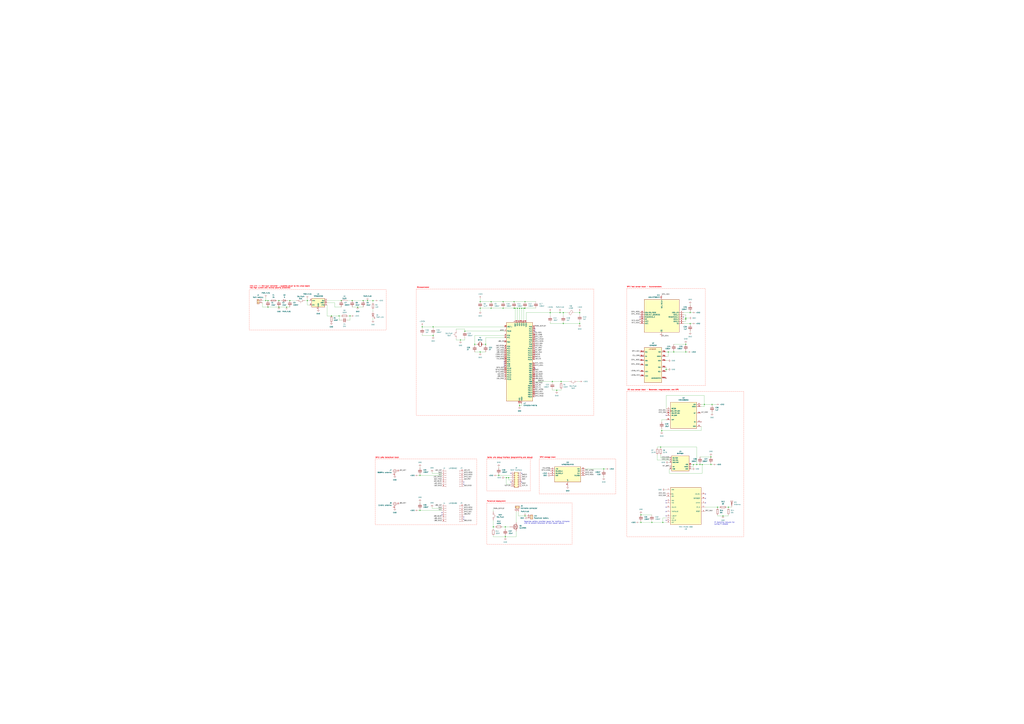
<source format=kicad_sch>
(kicad_sch (version 20250114) (generator "eeschema") (generator_version "9.0")
  (paper "A0")
  (rectangle (start 565.15 533.4) (end 615.95 570.23) (stroke (width 0) (type dash) (color 255 22 0 1)))
  (rectangle (start 727.71 335.28) (end 819.15 448.056) (stroke (width 0) (type dash) (color 255 22 0 1)))
  (rectangle (start 435.61 533.4) (end 553.72 609.6) (stroke (width 0) (type dash) (color 255 22 0 1)))
  (rectangle (start 565.15 584.2) (end 664.21 632.46) (stroke (width 0) (type dash) (color 255 22 0 1)))
  (rectangle (start 626.11 533.4) (end 715.01 574.04) (stroke (width 0) (type dash) (color 255 22 0 1)))
  (rectangle (start 483.362 335.788) (end 689.61 482.6) (stroke (width 0) (type dash) (color 255 22 0 1)))
  (rectangle (start 727.71 454.66) (end 863.6 623.57) (stroke (width 0) (type dash) (color 255 22 0 1)))
  (rectangle (start 289.56 336.55) (end 448.31 383.54) (stroke (width 0) (type dash) (color 255 22 0 1)))
  (text "Microcontroller" (at 483.87 334.01 0) (effects (font (size 1.27 1.27) (thickness 0.254) (bold yes)) (justify left)))
  (text "Separate battery provides power for melting nichrome\nwire to prevent brownout of main power source" (at 608.584 607.06 0) (effects (font (size 1.27 1.27)) (justify left)))
  (text "4V5-17V -> 3V3 buck converter - supplies power to the whole board\nHas high current and reverse polarity protection" (at 289.814 333.502 0) (effects (font (size 1.27 1.27) (thickness 0.254) (bold yes)) (justify left)))
  (text "SPI2 storage block" (at 626.618 531.368 0) (effects (font (size 1.27 1.27) (thickness 0.254) (bold yes)) (justify left)))
  (text "SPI1 fast sensor block - Accelerometers" (at 748.03 333.248 0) (effects (font (size 1.27 1.27) (thickness 0.254) (bold yes))))
  (text "Pi matching network for\ntuning if needed" (at 829.31 608.076 0) (effects (font (size 1.27 1.27)) (justify left)))
  (text "Serial wire debug interface (programming and debug)" (at 565.658 531.622 0) (effects (font (size 1.27 1.27) (thickness 0.254) (bold yes)) (justify left)))
  (text "SPI3 LoRa transciever block" (at 435.864 531.622 0) (effects (font (size 1.27 1.27) (thickness 0.254) (bold yes)) (justify left)))
  (text "Parachute deployment" (at 565.404 582.422 0) (effects (font (size 1.27 1.27) (thickness 0.254) (bold yes)) (justify left)))
  (text "I2C slow sensor block - Barometer, magnetometer, and GPS" (at 728.218 452.882 0) (effects (font (size 1.27 1.27) (thickness 0.254) (bold yes)) (justify left)))
  (junction (at 539.75 384.81))
  (junction (at 641.35 443.23))
  (junction (at 584.2 350.52))
  (junction (at 808.99 539.75))
  (junction (at 323.85 356.87))
  (junction (at 433.07 349.25))
  (junction (at 796.29 369.57))
  (junction (at 609.6 358.14))
  (junction (at 586.74 623.57))
  (junction (at 557.53 358.14))
  (junction (at 651.51 443.23))
  (junction (at 356.87 349.25))
  (junction (at 557.53 350.52))
  (junction (at 826.77 469.9))
  (junction (at 502.92 379.73))
  (junction (at 563.88 400.05))
  (junction (at 608.33 358.14))
  (junction (at 384.81 367.03))
  (junction (at 769.62 607.06))
  (junction (at 596.9 350.52))
  (junction (at 551.18 400.05))
  (junction (at 308.61 349.25))
  (junction (at 646.43 453.39))
  (junction (at 421.64 349.25))
  (junction (at 311.15 349.25))
  (junction (at 654.05 363.22))
  (junction (at 396.24 349.25))
  (junction (at 605.79 358.14))
  (junction (at 845.82 589.28))
  (junction (at 332.74 356.87))
  (junction (at 534.67 394.97))
  (junction (at 588.01 554.99))
  (junction (at 609.6 350.52))
  (junction (at 638.81 363.22))
  (junction (at 744.22 607.06))
  (junction (at 825.5 539.75))
  (junction (at 557.53 408.94))
  (junction (at 600.71 358.14))
  (junction (at 406.4 367.03))
  (junction (at 815.34 539.75))
  (junction (at 825.5 530.86))
  (junction (at 673.1 375.92))
  (junction (at 311.15 356.87))
  (junction (at 408.94 349.25))
  (junction (at 586.74 612.14))
  (junction (at 833.12 589.28))
  (junction (at 701.04 544.83))
  (junction (at 673.1 363.22))
  (junction (at 487.68 552.45))
  (junction (at 490.22 379.73))
  (junction (at 775.97 408.94))
  (junction (at 596.9 358.14))
  (junction (at 796.29 370.84))
  (junction (at 487.68 593.09))
  (junction (at 415.29 356.87))
  (junction (at 572.77 612.14))
  (junction (at 767.08 519.43))
  (junction (at 426.72 349.25))
  (junction (at 570.23 350.52))
  (junction (at 570.23 358.14))
  (junction (at 584.2 358.14))
  (junction (at 839.47 599.44))
  (junction (at 579.12 552.45))
  (junction (at 502.92 389.89))
  (junction (at 773.43 429.26))
  (junction (at 323.85 349.25))
  (junction (at 756.92 607.06))
  (junction (at 609.6 599.44))
  (junction (at 782.32 408.94))
  (junction (at 801.37 375.92))
  (junction (at 598.17 358.14))
  (junction (at 768.35 500.38))
  (junction (at 805.18 539.75))
  (junction (at 801.37 363.22))
  (junction (at 744.22 598.17))
  (junction (at 796.29 400.05))
  (junction (at 393.7 367.03))
  (junction (at 654.05 375.92))
  (junction (at 603.25 471.17))
  (junction (at 336.55 349.25))
  (junction (at 590.55 554.99))
  (junction (at 812.8 539.75))
  (junction (at 817.88 469.9))
  (junction (at 796.29 408.94))
  (junction (at 650.24 363.22))
  (junction (at 603.25 358.14))
  (no_connect (at 538.48 560.07))
  (no_connect (at 621.03 427.99))
  (no_connect (at 773.43 482.6))
  (no_connect (at 773.43 594.36))
  (no_connect (at 819.15 574.04))
  (no_connect (at 593.09 549.91))
  (no_connect (at 621.03 382.27))
  (no_connect (at 585.47 420.37))
  (no_connect (at 538.48 600.71))
  (no_connect (at 513.08 598.17))
  (no_connect (at 585.47 425.45))
  (no_connect (at 773.43 589.28))
  (no_connect (at 605.79 549.91))
  (no_connect (at 621.03 384.81))
  (no_connect (at 773.43 599.44))
  (no_connect (at 605.79 560.07))
  (no_connect (at 773.43 584.2))
  (no_connect (at 742.95 368.3))
  (no_connect (at 819.15 579.12))
  (no_connect (at 585.47 422.91))
  (no_connect (at 773.43 581.66))
  (no_connect (at 513.08 595.63))
  (no_connect (at 538.48 603.25))
  (no_connect (at 793.75 368.3))
  (no_connect (at 538.48 562.61))
  (no_connect (at 593.09 560.07))
  (no_connect (at 773.43 604.52))
  (no_connect (at 819.15 584.2))
  (wire (pts (xy 801.37 361.95) (xy 801.37 363.22)))
  (wire (pts (xy 572.77 622.3) (xy 572.77 623.57)))
  (wire (pts (xy 323.85 356.87) (xy 332.74 356.87)))
  (wire (pts (xy 638.81 375.92) (xy 654.05 375.92)))
  (wire (pts (xy 551.18 389.89) (xy 585.47 389.89)))
  (wire (pts (xy 605.79 358.14) (xy 605.79 372.11)))
  (wire (pts (xy 777.24 532.13) (xy 767.08 532.13)))
  (wire (pts (xy 603.25 468.63) (xy 603.25 471.17)))
  (wire (pts (xy 308.61 349.25) (xy 304.8 349.25)))
  (wire (pts (xy 768.35 500.38) (xy 768.35 497.84)))
  (wire (pts (xy 798.83 408.94) (xy 796.29 408.94)))
  (wire (pts (xy 600.71 358.14) (xy 600.71 372.11)))
  (wire (pts (xy 777.24 544.83) (xy 777.24 549.91)))
  (wire (pts (xy 311.15 356.87) (xy 323.85 356.87)))
  (wire (pts (xy 421.64 356.87) (xy 415.29 356.87)))
  (wire (pts (xy 621.03 443.23) (xy 641.35 443.23)))
  (wire (pts (xy 741.68 607.06) (xy 744.22 607.06)))
  (wire (pts (xy 796.29 370.84) (xy 793.75 370.84)))
  (wire (pts (xy 833.12 589.28) (xy 835.66 589.28)))
  (wire (pts (xy 403.86 349.25) (xy 408.94 349.25)))
  (wire (pts (xy 579.12 551.18) (xy 579.12 552.45)))
  (wire (pts (xy 803.91 375.92) (xy 801.37 375.92)))
  (wire (pts (xy 433.07 349.25) (xy 433.07 351.79)))
  (wire (pts (xy 775.97 414.02) (xy 775.97 408.94)))
  (wire (pts (xy 608.33 358.14) (xy 609.6 358.14)))
  (wire (pts (xy 673.1 361.95) (xy 673.1 363.22)))
  (wire (pts (xy 646.43 453.39) (xy 646.43 454.66)))
  (wire (pts (xy 701.04 546.1) (xy 701.04 544.83)))
  (wire (pts (xy 599.44 594.36) (xy 599.44 607.06)))
  (wire (pts (xy 396.24 372.11) (xy 393.7 372.11)))
  (wire (pts (xy 803.91 363.22) (xy 801.37 363.22)))
  (wire (pts (xy 654.05 374.65) (xy 654.05 375.92)))
  (wire (pts (xy 502.92 388.62) (xy 502.92 389.89)))
  (wire (pts (xy 756.92 607.06) (xy 769.62 607.06)))
  (wire (pts (xy 609.6 358.14) (xy 622.3 358.14)))
  (wire (pts (xy 768.35 501.65) (xy 768.35 500.38)))
  (wire (pts (xy 572.77 614.68) (xy 572.77 612.14)))
  (wire (pts (xy 777.24 549.91) (xy 815.34 549.91)))
  (wire (pts (xy 651.51 452.12) (xy 651.51 453.39)))
  (wire (pts (xy 701.04 554.99) (xy 701.04 553.72)))
  (wire (pts (xy 814.07 469.9) (xy 817.88 469.9)))
  (wire (pts (xy 641.35 443.23) (xy 651.51 443.23)))
  (wire (pts (xy 308.61 349.25) (xy 311.15 349.25)))
  (wire (pts (xy 490.22 378.46) (xy 490.22 379.73)))
  (wire (pts (xy 845.82 589.28) (xy 845.82 590.55)))
  (wire (pts (xy 586.74 623.57) (xy 586.74 622.3)))
  (wire (pts (xy 308.61 345.44) (xy 308.61 349.25)))
  (wire (pts (xy 584.2 358.14) (xy 596.9 358.14)))
  (wire (pts (xy 539.75 394.97) (xy 534.67 394.97)))
  (wire (pts (xy 773.43 414.02) (xy 775.97 414.02)))
  (wire (pts (xy 407.67 367.03) (xy 406.4 367.03)))
  (wire (pts (xy 782.32 408.94) (xy 775.97 408.94)))
  (wire (pts (xy 773.43 459.74) (xy 817.88 459.74)))
  (wire (pts (xy 641.35 452.12) (xy 641.35 453.39)))
  (wire (pts (xy 768.35 490.22) (xy 768.35 487.68)))
  (wire (pts (xy 487.68 582.93) (xy 487.68 584.2)))
  (wire (pts (xy 673.1 375.92) (xy 673.1 377.19)))
  (wire (pts (xy 819.15 589.28) (xy 833.12 589.28)))
  (wire (pts (xy 487.68 551.18) (xy 487.68 552.45)))
  (wire (pts (xy 356.87 346.71) (xy 356.87 349.25)))
  (wire (pts (xy 487.68 591.82) (xy 487.68 593.09)))
  (wire (pts (xy 585.47 554.99) (xy 588.01 554.99)))
  (wire (pts (xy 767.08 519.43) (xy 808.99 519.43)))
  (wire (pts (xy 393.7 367.03) (xy 393.7 372.11)))
  (wire (pts (xy 610.87 363.22) (xy 610.87 372.11)))
  (wire (pts (xy 801.37 386.08) (xy 801.37 384.81)))
  (wire (pts (xy 563.88 408.94) (xy 557.53 408.94)))
  (wire (pts (xy 551.18 400.05) (xy 553.72 400.05)))
  (wire (pts (xy 703.58 544.83) (xy 701.04 544.83)))
  (wire (pts (xy 638.81 363.22) (xy 638.81 367.03)))
  (wire (pts (xy 551.18 408.94) (xy 557.53 408.94)))
  (wire (pts (xy 833.12 598.17) (xy 833.12 599.44)))
  (wire (pts (xy 487.68 552.45) (xy 513.08 552.45)))
  (wire (pts (xy 805.18 539.75) (xy 802.64 539.75)))
  (wire (pts (xy 773.43 426.72) (xy 773.43 429.26)))
  (wire (pts (xy 812.8 539.75) (xy 815.34 539.75)))
  (wire (pts (xy 572.77 591.82) (xy 572.77 594.36)))
  (wire (pts (xy 650.24 361.95) (xy 650.24 363.22)))
  (wire (pts (xy 603.25 358.14) (xy 605.79 358.14)))
  (wire (pts (xy 588.01 554.99) (xy 590.55 554.99)))
  (wire (pts (xy 539.75 392.43) (xy 539.75 394.97)))
  (wire (pts (xy 557.53 350.52) (xy 570.23 350.52)))
  (wire (pts (xy 826.77 469.9) (xy 826.77 471.17)))
  (wire (pts (xy 744.22 596.9) (xy 744.22 598.17)))
  (wire (pts (xy 808.99 539.75) (xy 812.8 539.75)))
  (wire (pts (xy 487.68 542.29) (xy 487.68 543.56)))
  (wire (pts (xy 563.88 392.43) (xy 563.88 400.05)))
  (wire (pts (xy 384.81 367.03) (xy 379.73 367.03)))
  (wire (pts (xy 596.9 350.52) (xy 609.6 350.52)))
  (wire (pts (xy 817.88 472.44) (xy 817.88 469.9)))
  (wire (pts (xy 796.29 407.67) (xy 796.29 408.94)))
  (wire (pts (xy 654.05 363.22) (xy 654.05 367.03)))
  (wire (pts (xy 609.6 599.44) (xy 601.98 599.44)))
  (wire (pts (xy 332.74 356.87) (xy 336.55 356.87)))
  (wire (pts (xy 756.92 598.17) (xy 744.22 598.17)))
  (wire (pts (xy 814.07 472.44) (xy 817.88 472.44)))
  (wire (pts (xy 590.55 557.53) (xy 590.55 554.99)))
  (wire (pts (xy 796.29 398.78) (xy 796.29 400.05)))
  (wire (pts (xy 638.81 375.92) (xy 638.81 374.65)))
  (wire (pts (xy 379.73 351.79) (xy 388.62 351.79)))
  (wire (pts (xy 379.73 367.03) (xy 379.73 354.33)))
  (wire (pts (xy 808.99 519.43) (xy 808.99 539.75)))
  (wire (pts (xy 502.92 381) (xy 502.92 379.73)))
  (wire (pts (xy 596.9 358.14) (xy 598.17 358.14)))
  (wire (pts (xy 773.43 474.98) (xy 773.43 459.74)))
  (wire (pts (xy 487.68 593.09) (xy 513.08 593.09)))
  (wire (pts (xy 666.75 363.22) (xy 673.1 363.22)))
  (wire (pts (xy 598.17 358.14) (xy 600.71 358.14)))
  (wire (pts (xy 814.07 495.3) (xy 814.07 500.38)))
  (wire (pts (xy 773.43 601.98) (xy 769.62 601.98)))
  (wire (pts (xy 433.07 359.41) (xy 433.07 361.95)))
  (wire (pts (xy 426.72 349.25) (xy 433.07 349.25)))
  (wire (pts (xy 551.18 389.89) (xy 551.18 400.05)))
  (wire (pts (xy 801.37 353.06) (xy 801.37 354.33)))
  (wire (pts (xy 359.41 354.33) (xy 356.87 354.33)))
  (wire (pts (xy 599.44 617.22) (xy 599.44 623.57)))
  (wire (pts (xy 529.59 393.7) (xy 529.59 394.97)))
  (wire (pts (xy 603.25 471.17) (xy 603.25 472.44)))
  (wire (pts (xy 433.07 349.25) (xy 435.61 349.25)))
  (wire (pts (xy 673.1 373.38) (xy 673.1 375.92)))
  (wire (pts (xy 828.04 539.75) (xy 825.5 539.75)))
  (wire (pts (xy 826.77 478.79) (xy 826.77 480.06)))
  (wire (pts (xy 793.75 373.38) (xy 796.29 373.38)))
  (wire (pts (xy 833.12 590.55) (xy 833.12 589.28)))
  (wire (pts (xy 304.8 356.87) (xy 311.15 356.87)))
  (wire (pts (xy 334.01 349.25) (xy 336.55 349.25)))
  (wire (pts (xy 311.15 349.25) (xy 313.69 349.25)))
  (wire (pts (xy 570.23 358.14) (xy 584.2 358.14)))
  (wire (pts (xy 529.59 394.97) (xy 534.67 394.97)))
  (wire (pts (xy 833.12 599.44) (xy 839.47 599.44)))
  (wire (pts (xy 576.58 552.45) (xy 579.12 552.45)))
  (wire (pts (xy 817.88 469.9) (xy 826.77 469.9)))
  (wire (pts (xy 773.43 429.26) (xy 773.43 431.8)))
  (wire (pts (xy 557.53 408.94) (xy 557.53 410.21)))
  (wire (pts (xy 659.13 363.22) (xy 654.05 363.22)))
  (wire (pts (xy 502.92 389.89) (xy 502.92 391.16)))
  (wire (pts (xy 406.4 367.03) (xy 406.4 372.11)))
  (wire (pts (xy 304.8 356.87) (xy 304.8 351.79)))
  (wire (pts (xy 796.29 408.94) (xy 782.32 408.94)))
  (wire (pts (xy 600.71 358.14) (xy 603.25 358.14)))
  (wire (pts (xy 354.33 349.25) (xy 356.87 349.25)))
  (wire (pts (xy 775.97 419.1) (xy 773.43 419.1)))
  (wire (pts (xy 843.28 589.28) (xy 845.82 589.28)))
  (wire (pts (xy 485.14 552.45) (xy 487.68 552.45)))
  (wire (pts (xy 539.75 384.81) (xy 585.47 384.81)))
  (wire (pts (xy 501.65 549.91) (xy 501.65 548.64)))
  (wire (pts (xy 767.08 532.13) (xy 767.08 528.32)))
  (wire (pts (xy 433.07 372.11) (xy 433.07 369.57)))
  (wire (pts (xy 796.29 370.84) (xy 796.29 369.57)))
  (wire (pts (xy 805.18 542.29) (xy 805.18 539.75)))
  (wire (pts (xy 490.22 388.62) (xy 490.22 389.89)))
  (wire (pts (xy 845.82 589.28) (xy 849.63 589.28)))
  (wire (pts (xy 539.75 384.81) (xy 539.75 382.27)))
  (wire (pts (xy 563.88 392.43) (xy 585.47 392.43)))
  (wire (pts (xy 773.43 607.06) (xy 769.62 607.06)))
  (wire (pts (xy 768.35 487.68) (xy 773.43 487.68)))
  (wire (pts (xy 777.24 537.21) (xy 775.97 537.21)))
  (wire (pts (xy 763.27 519.43) (xy 767.08 519.43)))
  (wire (pts (xy 763.27 520.7) (xy 763.27 519.43)))
  (wire (pts (xy 593.09 557.53) (xy 590.55 557.53)))
  (wire (pts (xy 501.65 590.55) (xy 513.08 590.55)))
  (wire (pts (xy 801.37 363.22) (xy 793.75 363.22)))
  (wire (pts (xy 406.4 367.03) (xy 403.86 367.03)))
  (wire (pts (xy 570.23 350.52) (xy 584.2 350.52)))
  (wire (pts (xy 825.5 529.59) (xy 825.5 530.86)))
  (wire (pts (xy 586.74 612.14) (xy 591.82 612.14)))
  (wire (pts (xy 654.05 375.92) (xy 673.1 375.92)))
  (wire (pts (xy 638.81 363.22) (xy 650.24 363.22)))
  (wire (pts (xy 796.29 365.76) (xy 796.29 369.57)))
  (wire (pts (xy 812.8 538.48) (xy 812.8 539.75)))
  (wire (pts (xy 802.64 542.29) (xy 805.18 542.29)))
  (wire (pts (xy 775.97 408.94) (xy 773.43 408.94)))
  (wire (pts (xy 572.77 623.57) (xy 586.74 623.57)))
  (wire (pts (xy 502.92 379.73) (xy 490.22 379.73)))
  (wire (pts (xy 815.34 549.91) (xy 815.34 539.75)))
  (wire (pts (xy 782.32 407.67) (xy 782.32 408.94)))
  (wire (pts (xy 605.79 358.14) (xy 608.33 358.14)))
  (wire (pts (xy 796.29 369.57) (xy 800.1 369.57)))
  (wire (pts (xy 769.62 601.98) (xy 769.62 607.06)))
  (wire (pts (xy 557.53 358.14) (xy 557.53 361.95)))
  (wire (pts (xy 817.88 459.74) (xy 817.88 469.9)))
  (wire (pts (xy 408.94 349.25) (xy 421.64 349.25)))
  (wire (pts (xy 501.65 590.55) (xy 501.65 589.28)))
  (wire (pts (xy 485.14 593.09) (xy 487.68 593.09)))
  (wire (pts (xy 598.17 358.14) (xy 598.17 372.11)))
  (wire (pts (xy 605.79 468.63) (xy 605.79 471.17)))
  (wire (pts (xy 793.75 365.76) (xy 796.29 365.76)))
  (wire (pts (xy 501.65 549.91) (xy 513.08 549.91)))
  (wire (pts (xy 588.01 562.61) (xy 588.01 554.99)))
  (wire (pts (xy 612.14 599.44) (xy 609.6 599.44)))
  (wire (pts (xy 673.1 363.22) (xy 673.1 365.76)))
  (wire (pts (xy 356.87 354.33) (xy 356.87 349.25)))
  (wire (pts (xy 605.79 471.17) (xy 603.25 471.17)))
  (wire (pts (xy 561.34 400.05) (xy 563.88 400.05)))
  (wire (pts (xy 421.64 349.25) (xy 426.72 349.25)))
  (wire (pts (xy 608.33 358.14) (xy 608.33 372.11)))
  (wire (pts (xy 679.45 544.83) (xy 701.04 544.83)))
  (wire (pts (xy 808.99 539.75) (xy 805.18 539.75)))
  (wire (pts (xy 586.74 624.84) (xy 586.74 623.57)))
  (wire (pts (xy 490.22 381) (xy 490.22 379.73)))
  (wire (pts (xy 782.32 400.05) (xy 796.29 400.05)))
  (wire (pts (xy 396.24 367.03) (xy 393.7 367.03)))
  (wire (pts (xy 502.92 379.73) (xy 585.47 379.73)))
  (wire (pts (xy 388.62 351.79) (xy 388.62 356.87)))
  (wire (pts (xy 641.35 453.39) (xy 646.43 453.39)))
  (wire (pts (xy 651.51 443.23) (xy 651.51 444.5)))
  (wire (pts (xy 529.59 382.27) (xy 539.75 382.27)))
  (wire (pts (xy 582.93 612.14) (xy 586.74 612.14)))
  (wire (pts (xy 777.24 534.67) (xy 763.27 534.67)))
  (wire (pts (xy 579.12 542.29) (xy 579.12 543.56)))
  (wire (pts (xy 670.56 443.23) (xy 673.1 443.23)))
  (wire (pts (xy 490.22 389.89) (xy 502.92 389.89)))
  (wire (pts (xy 638.81 361.95) (xy 638.81 363.22)))
  (wire (pts (xy 815.34 539.75) (xy 825.5 539.75)))
  (wire (pts (xy 650.24 363.22) (xy 654.05 363.22)))
  (wire (pts (xy 801.37 377.19) (xy 801.37 375.92)))
  (wire (pts (xy 651.51 443.23) (xy 660.4 443.23)))
  (wire (pts (xy 403.86 372.11) (xy 406.4 372.11)))
  (wire (pts (xy 584.2 350.52) (xy 596.9 350.52)))
  (wire (pts (xy 408.94 356.87) (xy 415.29 356.87)))
  (wire (pts (xy 796.29 373.38) (xy 796.29 370.84)))
  (wire (pts (xy 812.8 530.86) (xy 825.5 530.86)))
  (wire (pts (xy 601.98 599.44) (xy 601.98 594.36)))
  (wire (pts (xy 393.7 367.03) (xy 384.81 367.03)))
  (wire (pts (xy 599.44 623.57) (xy 586.74 623.57)))
  (wire (pts (xy 551.18 401.32) (xy 551.18 400.05)))
  (wire (pts (xy 572.77 604.52) (xy 572.77 612.14)))
  (wire (pts (xy 336.55 349.25) (xy 344.17 349.25)))
  (wire (pts (xy 775.97 429.26) (xy 773.43 429.26)))
  (wire (pts (xy 534.67 394.97) (xy 534.67 396.24)))
  (wire (pts (xy 529.59 383.54) (xy 529.59 382.27)))
  (wire (pts (xy 356.87 349.25) (xy 359.41 349.25)))
  (wire (pts (xy 610.87 363.22) (xy 638.81 363.22)))
  (wire (pts (xy 572.77 612.14) (xy 575.31 612.14)))
  (wire (pts (xy 801.37 375.92) (xy 793.75 375.92)))
  (wire (pts (xy 773.43 568.96) (xy 772.16 568.96)))
  (wire (pts (xy 744.22 607.06) (xy 756.92 607.06)))
  (wire (pts (xy 563.88 400.05) (xy 563.88 401.32)))
  (wire (pts (xy 641.35 444.5) (xy 641.35 443.23)))
  (wire (pts (xy 845.82 598.17) (xy 845.82 599.44)))
  (wire (pts (xy 767.08 519.43) (xy 767.08 520.7)))
  (wire (pts (xy 826.77 469.9) (xy 831.85 469.9)))
  (wire (pts (xy 609.6 350.52) (xy 622.3 350.52)))
  (wire (pts (xy 646.43 453.39) (xy 651.51 453.39)))
  (wire (pts (xy 744.22 605.79) (xy 744.22 607.06)))
  (wire (pts (xy 845.82 599.44) (xy 839.47 599.44)))
  (wire (pts (xy 579.12 552.45) (xy 593.09 552.45)))
  (wire (pts (xy 814.07 500.38) (xy 768.35 500.38)))
  (wire (pts (xy 323.85 349.25) (xy 326.39 349.25)))
  (wire (pts (xy 763.27 534.67) (xy 763.27 528.32)))
  (wire (pts (xy 388.62 356.87) (xy 396.24 356.87)))
  (wire (pts (xy 586.74 612.14) (xy 586.74 614.68)))
  (wire (pts (xy 379.73 349.25) (xy 396.24 349.25)))
  (wire (pts (xy 825.5 538.48) (xy 825.5 539.75)))
  (wire (pts (xy 593.09 562.61) (xy 588.01 562.61)))
  (wire (pts (xy 590.55 554.99) (xy 593.09 554.99)))
  (wire (pts (xy 321.31 349.25) (xy 323.85 349.25)))
  (wire (pts (xy 557.53 346.71) (xy 557.53 350.52)))
  (wire (pts (xy 603.25 358.14) (xy 603.25 372.11)))
  (wire (pts (xy 803.91 544.83) (xy 802.64 544.83)))
  (wire (pts (xy 557.53 358.14) (xy 570.23 358.14)))
  (wire (pts (xy 756.92 605.79) (xy 756.92 607.06)))
  (label "INT1_ADXL" (at 621.03 422.91 0))
  (label "SPI1_MOSI" (at 742.95 363.22 180))
  (label "L80_RST" (at 538.48 598.17 0))
  (label "L80_BUSY" (at 513.08 600.71 180))
  (label "L80_DIO2" (at 621.03 445.77 0))
  (label "VCP_TX" (at 605.79 565.15 0))
  (label "VCP_TX" (at 621.03 450.85 0))
  (label "SPI3_SCK" (at 538.48 595.63 0))
  (label "SPI2_MOSI" (at 679.45 552.45 0))
  (label "L80_DIO1" (at 621.03 438.15 0))
  (label "RST_W25Q" (at 679.45 547.37 0))
  (label "L62_DIO3" (at 538.48 565.15 0))
  (label "L80_ANT" (at 463.55 585.47 0))
  (label "SPI2_SCK" (at 679.45 549.91 0))
  (label "SPI2_MISO" (at 638.81 547.37 180))
  (label "INT2_ADXL" (at 621.03 425.45 0))
  (label "RST_MAX" (at 621.03 410.21 0))
  (label "VCP_RX" (at 593.09 565.15 180))
  (label "L80_CS" (at 538.48 588.01 0))
  (label "SPI1_MISO" (at 742.95 424.18 180))
  (label "SWO" (at 605.79 557.53 0))
  (label "L62_RXSW" (at 513.08 554.99 180))
  (label "L62_CS" (at 538.48 547.37 0))
  (label "L80_CS" (at 585.47 397.51 180))
  (label "L80_DIO2" (at 513.08 605.79 180))
  (label "SWCLK" (at 621.03 415.29 0))
  (label "L80_DIO1" (at 513.08 603.25 180))
  (label "SPI1_MISO" (at 621.03 394.97 0))
  (label "SPI3_MISO" (at 538.48 593.09 0))
  (label "INT1_ADXL" (at 742.95 375.92 180))
  (label "INT_MMC" (at 814.07 480.06 0))
  (label "VCP_RX" (at 621.03 448.31 0))
  (label "SWCLK" (at 605.79 554.99 0))
  (label "SPI3_MOSI" (at 538.48 549.91 0))
  (label "I2C2_SCL" (at 777.24 534.67 180))
  (label "LSM6_INT2" (at 585.47 415.29 180))
  (label "SPI3_MISO" (at 538.48 552.45 0))
  (label "GND" (at 513.08 549.91 180))
  (label "I2C2_SDA" (at 621.03 400.05 0))
  (label "SPI1_MOSI" (at 621.03 397.51 0))
  (label "I2C2_SCL" (at 621.03 402.59 0))
  (label "INT_MMC" (at 621.03 405.13 0))
  (label "SWDIO" (at 621.03 412.75 0))
  (label "SPI2_MOSI" (at 621.03 461.01 0))
  (label "NRST" (at 605.79 562.61 0))
  (label "L62_ANT" (at 513.08 547.37 180))
  (label "L62_DIO2" (at 513.08 565.15 180))
  (label "I2C2_SCL" (at 773.43 574.04 180))
  (label "L62_TXSW" (at 585.47 405.13 180))
  (label "L62_DIO1" (at 621.03 433.07 0))
  (label "L62_RST" (at 538.48 557.53 0))
  (label "RST_W25Q" (at 621.03 453.39 0))
  (label "L62_ANT" (at 463.55 547.37 0))
  (label "L80_ANT" (at 513.08 588.01 180))
  (label "L80_DIO3" (at 585.47 410.21 180))
  (label "INT_BMP" (at 777.24 542.29 180))
  (label "SPI1_SCK" (at 621.03 392.43 0))
  (label "SWDIO" (at 605.79 552.45 0))
  (label "L62_RST" (at 585.47 435.61 180))
  (label "I2C2_SDA" (at 773.43 576.58 180))
  (label "CS_LSM6" (at 742.95 414.02 180))
  (label "LSM6_INT2" (at 742.95 436.88 180))
  (label "CS_ADXL" (at 621.03 387.35 0))
  (label "SPI2_MISO" (at 621.03 458.47 0))
  (label "CS_ADXL" (at 768.35 391.16 0))
  (label "L62_BUSY" (at 621.03 435.61 0))
  (label "SPI3_MISO" (at 585.47 430.53 180))
  (label "L62_DIO1" (at 513.08 562.61 180))
  (label "L62_DIO2" (at 585.47 440.69 180))
  (label "SPI1_SCK" (at 768.35 342.9 0))
  (label "CS_W25Q" (at 585.47 417.83 180))
  (label "L62_BUSY" (at 513.08 560.07 180))
  (label "SPI3_MOSI" (at 538.48 590.55 0))
  (label "L62_RXSW" (at 585.47 402.59 180))
  (label "VCC" (at 513.08 552.45 180))
  (label "BOOT0" (at 624.84 443.23 0))
  (label "SPI2_SCK" (at 621.03 455.93 0))
  (label "GND" (at 513.08 590.55 180))
  (label "LSM6_INT1" (at 742.95 431.8 180))
  (label "SPI1_MISO" (at 742.95 365.76 180))
  (label "SPI3_MOSI" (at 585.47 433.07 180))
  (label "VCC" (at 513.08 593.09 180))
  (label "I2C2_SDA" (at 777.24 532.13 180))
  (label "INT_BMP" (at 621.03 407.67 0))
  (label "RST_MAX" (at 819.15 594.36 0))
  (label "L62_CS" (at 621.03 417.83 0))
  (label "PARA_DEPLOY" (at 572.77 591.82 0))
  (label "SWO" (at 621.03 430.53 0))
  (label "LSM6_INT1" (at 585.47 412.75 180))
  (label "PARA_DEPLOY" (at 621.03 379.73 0))
  (label "NRST" (at 585.47 384.81 180))
  (label "L80_RST" (at 585.47 438.15 180))
  (label "CS_W25Q" (at 638.81 544.83 180))
  (label "SPI3_SCK" (at 585.47 427.99 180))
  (label "I2C2_SCL" (at 773.43 477.52 180))
  (label "L62_DIO3" (at 585.47 407.67 180))
  (label "L62_TXSW" (at 513.08 557.53 180))
  (label "SPI3_SCK" (at 538.48 554.99 0))
  (label "L80_DIO3" (at 538.48 605.79 0))
  (label "SPI1_MOSI" (at 742.95 419.1 180))
  (label "CS_LSM6" (at 621.03 389.89 0))
  (label "INT2_ADXL" (at 742.95 373.38 180))
  (label "L80_BUSY" (at 621.03 440.69 0))
  (label "SPI1_SCK" (at 742.95 408.94 180))
  (label "I2C2_SDA" (at 773.43 480.06 180))
  (symbol (lib_id "power:+3V3") (at 703.58 544.83 270) (unit 1)
    (property "Reference" "#PWR039" (effects (hide yes)))
    (property "Value" "+3V3" (at 707.39 544.8301 90) (effects (justify left)))
    (property "Description" "Power symbol creates a global label with name \"+3V3\"" (effects (hide yes)))
  )
  (symbol (lib_id "Switch:SW_Push") (at 665.48 443.23 0) (mirror x) (unit 1)
    (property "Reference" "SW3" (at 665.48 451.104 0))
    (property "Value" "SW_Push" (at 665.48 448.564 0))
    (property "Footprint" "Button_Switch_SMD:SW_DIP_SPSTx01_Slide_6.7x4.1mm_W6.73mm_P2.54mm_LowProfile_JPin" (effects (hide yes)))
    (property "Description" "Push button switch, generic, two pins" (effects (hide yes)))
  )
  (symbol (lib_id "power:GND") (at 458.47 552.45 0) (unit 1)
    (property "Reference" "#PWR051" (effects (hide yes)))
    (property "Value" "GND" (at 458.47 557.53 0))
    (property "Description" "Power symbol creates a global label with name \"GND\" , ground" (effects (hide yes)))
  )
  (symbol (lib_id "Device:C") (at 638.81 370.84 0) (unit 1)
    (property "Reference" "C14" (at 642.62 369.5699 0) (effects (justify left)))
    (property "Value" "10nF" (at 642.62 372.1099 0) (effects (justify left)))
    (property "Description" "Unpolarized capacitor" (effects (hide yes)))
  )
  (symbol (lib_id "Connector:Screw_Terminal_01x02") (at 599.44 589.28 90) (unit 1)
    (property "Reference" "J9" (at 604.52 588.0099 90) (effects (justify right)))
    (property "Value" "Nichrome connector" (at 604.52 590.5499 90) (effects (justify right)))
    (property "Footprint" "TerminalBlock_Phoenix:TerminalBlock_Phoenix_MKDS-1,5-2-5.08_1x02_P5.08mm_Horizontal" (effects (hide yes)))
    (property "Description" "Generic screw terminal, single row, 01x02, script generated (kicad-library-utils/schlib/autogen/connector/)" (effects (hide yes)))
  )
  (symbol (lib_id "Device:C") (at 701.04 549.91 180) (unit 1)
    (property "Reference" "C33" (at 697.23 551.1801 0) (effects (justify left)))
    (property "Value" "100nF" (at 697.23 548.6401 0) (effects (justify left)))
    (property "Description" "Unpolarized capacitor" (effects (hide yes)))
  )
  (symbol (lib_id "BMP581:BMP581") (at 789.94 539.75 0) (mirror y) (unit 1)
    (property "Reference" "U4" (at 789.94 524.51 0))
    (property "Value" "BMP581" (at 789.94 527.05 0))
    (property "Footprint" "BMP581:BMP581" (effects (hide yes)))
    (property "MF" "Bosch" (effects (hide yes)))
    (property "Description_1" "Very small, low-power and low noise 24-bit absolute barometric pressure sensor. This digital, high-performance sensor is ideally suited for a wide range of altitude tracking applications and offers outstanding design flexibility" (effects (hide yes)))
    (property "Package" "None" (effects (hide yes)))
    (property "Price" "None" (effects (hide yes)))
    (property "PROD_ID" "IC-16798" (effects (hide yes)))
    (property "SnapEDA_Link" "https://www.snapeda.com/parts/BMP581/Bosch/view-part/?ref=snap" (effects (hide yes)))
    (property "MP" "BMP581" (effects (hide yes)))
    (property "Availability" "In Stock" (effects (hide yes)))
    (property "Check_prices" "https://www.snapeda.com/parts/BMP581/Bosch/view-part/?ref=eda" (effects (hide yes)))
  )
  (symbol (lib_id "Device:C") (at 421.64 353.06 180) (unit 1)
    (property "Reference" "C9" (at 425.45 351.7899 0) (effects (justify right)))
    (property "Value" "22uF" (at 425.45 354.3299 0) (effects (justify right)))
    (property "Footprint" "Capacitor_SMD:C_0603_1608Metric" (effects (hide yes)))
    (property "Description" "Unpolarized capacitor" (effects (hide yes)))
  )
  (symbol (lib_id "Connector:Conn_01x08_Socket") (at 533.4 557.53 180) (unit 1)
    (property "Reference" "J3" (at 535.686 543.814 0))
    (property "Value" "Conn_01x08_Socket" (effects (hide yes)))
    (property "Footprint" "Connector_PinSocket_2.54mm:PinSocket_1x08_P2.54mm_Vertical" (effects (hide yes)))
    (property "Description" "Generic connector, single row, 01x08, script generated" (effects (hide yes)))
  )
  (symbol (lib_id "Device:C") (at 539.75 388.62 0) (unit 1)
    (property "Reference" "C19" (at 542.798 387.35 0) (effects (justify left)))
    (property "Value" "100nF" (at 542.798 389.89 0) (effects (justify left)))
    (property "Description" "Unpolarized capacitor" (effects (hide yes)))
  )
  (symbol (lib_id "Device:C") (at 654.05 370.84 0) (unit 1)
    (property "Reference" "C18" (at 657.86 369.5699 0) (effects (justify left)))
    (property "Value" "1uF" (at 657.86 372.1099 0) (effects (justify left)))
    (property "Description" "Unpolarized capacitor" (effects (hide yes)))
  )
  (symbol (lib_id "power:GND") (at 744.22 596.9 180) (unit 1)
    (property "Reference" "#PWR038" (effects (hide yes)))
    (property "Value" "GND" (at 744.22 591.82 0))
    (property "Description" "Power symbol creates a global label with name \"GND\" , ground" (effects (hide yes)))
  )
  (symbol (lib_id "power:GND") (at 673.1 377.19 0) (unit 1)
    (property "Reference" "#PWR012" (effects (hide yes)))
    (property "Value" "GND" (at 673.1 382.27 0))
    (property "Description" "Power symbol creates a global label with name \"GND\" , ground" (effects (hide yes)))
  )
  (symbol (lib_id "power:+3V3") (at 831.85 469.9 270) (unit 1)
    (property "Reference" "#PWR034" (effects (hide yes)))
    (property "Value" "+3V3" (at 835.66 469.8999 90) (effects (justify left)))
    (property "Description" "Power symbol creates a global label with name \"+3V3\"" (effects (hide yes)))
  )
  (symbol (lib_id "power:+3V3") (at 673.1 443.23 270) (unit 1)
    (property "Reference" "#PWR019" (effects (hide yes)))
    (property "Value" "+3V3" (at 676.91 443.2299 90) (effects (justify left)))
    (property "Description" "Power symbol creates a global label with name \"+3V3\"" (effects (hide yes)))
  )
  (symbol (lib_id "power:GND") (at 803.91 544.83 90) (mirror x) (unit 1)
    (property "Reference" "#PWR029" (effects (hide yes)))
    (property "Value" "GND" (at 807.72 544.8299 90) (effects (justify right)))
    (property "Description" "Power symbol creates a global label with name \"GND\" , ground" (effects (hide yes)))
  )
  (symbol (lib_id "MMC5983MA:MMC5983MA") (at 793.75 482.6 0) (unit 1)
    (property "Reference" "U2" (at 793.75 462.28 0))
    (property "Value" "MMC5983MA" (at 793.75 464.82 0))
    (property "Footprint" "MMC5983MA:PQFN50P300X300X100-16N" (effects (hide yes)))
    (property "MF" "Memsic Inc." (effects (hide yes)))
    (property "MAXIMUM_PACKAGE_HEIGHT" "1.00 mm" (effects (hide yes)))
    (property "Package" "VFLGA-16 Memsic Inc." (effects (hide yes)))
    (property "Price" "None" (effects (hide yes)))
    (property "Check_prices" "https://www.snapeda.com/parts/MMC5983MA/Memsic/view-part/?ref=eda" (effects (hide yes)))
    (property "STANDARD" "IPC 7351B" (effects (hide yes)))
    (property "PARTREV" "A" (effects (hide yes)))
    (property "SnapEDA_Link" "https://www.snapeda.com/parts/MMC5983MA/Memsic/view-part/?ref=snap" (effects (hide yes)))
    (property "MP" "MMC5983MA" (effects (hide yes)))
    (property "Description_1" "MMC5983 series Magnetic, Magnetometer Sensor Evaluation Board" (effects (hide yes)))
    (property "Availability" "In Stock" (effects (hide yes)))
    (property "MANUFACTURER" "Memsic Inc." (effects (hide yes)))
  )
  (symbol (lib_id "power:+3V3") (at 803.91 363.22 270) (mirror x) (unit 1)
    (property "Reference" "#PWR024" (effects (hide yes)))
    (property "Value" "+3V3" (at 807.72 363.2199 90) (effects (justify left)))
    (property "Description" "Power symbol creates a global label with name \"+3V3\"" (effects (hide yes)))
  )
  (symbol (lib_id "Device:C") (at 579.12 547.37 0) (unit 1)
    (property "Reference" "C36" (at 582.93 546.0999 0) (effects (justify left)))
    (property "Value" "100nF" (at 582.93 548.6399 0) (effects (justify left)))
    (property "Description" "Unpolarized capacitor" (effects (hide yes)))
  )
  (symbol (lib_id "Device:C") (at 570.23 354.33 0) (unit 1)
    (property "Reference" "C5" (at 574.04 353.0599 0) (effects (justify left)))
    (property "Value" "100nF" (at 574.04 355.5999 0) (effects (justify left)))
    (property "Description" "Unpolarized capacitor" (effects (hide yes)))
  )
  (symbol (lib_id "Device:R") (at 384.81 370.84 0) (unit 1)
    (property "Reference" "R1" (at 387.35 369.5699 0) (effects (justify left)))
    (property "Value" "10kR" (at 387.35 372.1099 0) (effects (justify left)))
    (property "Footprint" "Resistor_SMD:R_0603_1608Metric" (effects (hide yes)))
    (property "Description" "Resistor" (effects (hide yes)))
  )
  (symbol (lib_id "power:+3V3") (at 485.14 552.45 90) (unit 1)
    (property "Reference" "#PWR044" (effects (hide yes)))
    (property "Value" "+3V3" (at 481.33 552.4499 90) (effects (justify left)))
    (property "Description" "Power symbol creates a global label with name \"+3V3\"" (effects (hide yes)))
  )
  (symbol (lib_id "power:+3V3") (at 798.83 408.94 270) (mirror x) (unit 1)
    (property "Reference" "#PWR020" (effects (hide yes)))
    (property "Value" "+3V3" (at 802.64 408.9399 90) (effects (justify left)))
    (property "Description" "Power symbol creates a global label with name \"+3V3\"" (effects (hide yes)))
  )
  (symbol (lib_id "Device:C") (at 796.29 403.86 0) (mirror y) (unit 1)
    (property "Reference" "C23" (at 792.48 402.5899 0) (effects (justify left)))
    (property "Value" "100nF" (at 792.48 405.1299 0) (effects (justify left)))
    (property "Description" "Unpolarized capacitor" (effects (hide yes)))
  )
  (symbol (lib_id "power:GND") (at 768.35 501.65 0) (unit 1)
    (property "Reference" "#PWR033" (effects (hide yes)))
    (property "Value" "GND" (at 768.35 506.73 0))
    (property "Description" "Power symbol creates a global label with name \"GND\" , ground" (effects (hide yes)))
  )
  (symbol (lib_id "power:PWR_FLAG") (at 356.87 346.71 0) (unit 1)
    (property "Reference" "#FLG06" (effects (hide yes)))
    (property "Value" "PWR_FLAG" (at 356.87 341.63 0))
    (property "Description" "Special symbol for telling ERC where power comes from" (effects (hide yes)))
  )
  (symbol (lib_id "power:GND") (at 557.53 410.21 0) (unit 1)
    (property "Reference" "#PWR017" (effects (hide yes)))
    (property "Value" "GND" (at 557.53 415.29 0))
    (property "Description" "Power symbol creates a global label with name \"GND\" , ground" (effects (hide yes)))
  )
  (symbol (lib_id "power:PWR_FLAG") (at 426.72 349.25 0) (unit 1)
    (property "Reference" "#FLG03" (effects (hide yes)))
    (property "Value" "PWR_FLAG" (at 426.72 344.17 0))
    (property "Description" "Special symbol for telling ERC where power comes from" (effects (hide yes)))
  )
  (symbol (lib_id "power:+3V3") (at 803.91 375.92 270) (mirror x) (unit 1)
    (property "Reference" "#PWR026" (effects (hide yes)))
    (property "Value" "+3V3" (at 807.72 375.9199 90) (effects (justify left)))
    (property "Description" "Power symbol creates a global label with name \"+3V3\"" (effects (hide yes)))
  )
  (symbol (lib_id "Device:C") (at 596.9 354.33 0) (unit 1)
    (property "Reference" "C11" (at 600.71 353.0599 0) (effects (justify left)))
    (property "Value" "100nF" (at 600.71 355.5999 0) (effects (justify left)))
    (property "Description" "Unpolarized capacitor" (effects (hide yes)))
  )
  (symbol (lib_id "power:GND") (at 775.97 419.1 90) (mirror x) (unit 1)
    (property "Reference" "#PWR022" (effects (hide yes)))
    (property "Value" "GND" (at 779.78 419.0999 90) (effects (justify right)))
    (property "Description" "Power symbol creates a global label with name \"GND\" , ground" (effects (hide yes)))
  )
  (symbol (lib_id "power:+3V3") (at 557.53 346.71 0) (unit 1)
    (property "Reference" "#PWR08" (effects (hide yes)))
    (property "Value" "+3V3" (at 557.53 341.63 0))
    (property "Description" "Power symbol creates a global label with name \"+3V3\"" (effects (hide yes)))
  )
  (symbol (lib_id "Device:D") (at 330.2 349.25 180) (unit 1)
    (property "Reference" "D2" (at 330.2 342.9 0))
    (property "Value" "D" (at 330.2 345.44 0))
    (property "Description" "Diode" (effects (hide yes)))
    (property "Sim.Device" "D" (effects (hide yes)))
    (property "Sim.Pins" "1=K 2=A" (effects (hide yes)))
  )
  (symbol (lib_id "Device:C") (at 801.37 358.14 0) (mirror y) (unit 1)
    (property "Reference" "C25" (at 797.56 356.8699 0) (effects (justify left)))
    (property "Value" "100nF" (at 797.56 359.4099 0) (effects (justify left)))
    (property "Description" "Unpolarized capacitor" (effects (hide yes)))
  )
  (symbol (lib_id "power:GND") (at 775.97 537.21 270) (mirror x) (unit 1)
    (property "Reference" "#PWR032" (effects (hide yes)))
    (property "Value" "GND" (at 772.16 537.2099 90) (effects (justify right)))
    (property "Description" "Power symbol creates a global label with name \"GND\" , ground" (effects (hide yes)))
  )
  (symbol (lib_id "power:GND") (at 585.47 554.99 270) (unit 1)
    (property "Reference" "#PWR053" (effects (hide yes)))
    (property "Value" "GND" (at 581.66 554.9899 90) (effects (justify right)))
    (property "Description" "Power symbol creates a global label with name \"GND\" , ground" (effects (hide yes)))
  )
  (symbol (lib_id "power:GND") (at 557.53 361.95 0) (unit 1)
    (property "Reference" "#PWR09" (effects (hide yes)))
    (property "Value" "GND" (at 557.53 367.03 0))
    (property "Description" "Power symbol creates a global label with name \"GND\" , ground" (effects (hide yes)))
  )
  (symbol (lib_id "power:GND") (at 369.57 359.41 0) (unit 1)
    (property "Reference" "#PWR02" (effects (hide yes)))
    (property "Value" "GND" (at 369.57 364.49 0))
    (property "Description" "Power symbol creates a global label with name \"GND\" , ground" (effects (hide yes)))
  )
  (symbol (lib_id "Device:C") (at 768.35 494.03 180) (unit 1)
    (property "Reference" "C29" (at 772.16 492.7599 0) (effects (justify right)))
    (property "Value" "10uF" (at 772.16 495.2999 0) (effects (justify right)))
    (property "Description" "Unpolarized capacitor" (effects (hide yes)))
  )
  (symbol (lib_name "C_1") (lib_id "Device:C") (at 396.24 353.06 180) (unit 1)
    (property "Reference" "C7" (at 400.05 351.7899 0) (effects (justify right)))
    (property "Value" "100nF" (at 400.05 354.3299 0) (effects (justify right)))
    (property "Footprint" "Capacitor_SMD:C_0603_1608Metric" (effects (hide yes)))
    (property "Description" "Unpolarized capacitor" (effects (hide yes)))
  )
  (symbol (lib_id "Connector:Screw_Terminal_01x02") (at 299.72 351.79 180) (unit 1)
    (property "Reference" "J1" (at 299.72 342.9 0))
    (property "Value" "Main battery" (at 299.72 345.44 0))
    (property "Footprint" "TerminalBlock_Phoenix:TerminalBlock_Phoenix_MKDS-1,5-2-5.08_1x02_P5.08mm_Horizontal" (effects (hide yes)))
    (property "Description" "Generic screw terminal, single row, 01x02, script generated (kicad-library-utils/schlib/autogen/connector/)" (effects (hide yes)))
  )
  (symbol (lib_id "power:GND") (at 415.29 356.87 0) (unit 1)
    (property "Reference" "#PWR03" (effects (hide yes)))
    (property "Value" "GND" (at 415.29 361.95 0))
    (property "Description" "Power symbol creates a global label with name \"GND\" , ground" (effects (hide yes)))
  )
  (symbol (lib_id "Switch:SW_Push") (at 349.25 349.25 180) (unit 1)
    (property "Reference" "SW1" (at 349.25 346.964 0))
    (property "Value" "SW_Push" (at 349.25 344.424 0))
    (property "Footprint" "Button_Switch_SMD:SW_DIP_SPSTx01_Slide_6.7x4.1mm_W6.73mm_P2.54mm_LowProfile_JPin" (effects (hide yes)))
    (property "Description" "Push button switch, generic, two pins" (effects (hide yes)))
  )
  (symbol (lib_id "Connector:Conn_01x08_Socket") (at 518.16 595.63 0) (unit 1)
    (property "Reference" "J4" (at 514.477 584.708 0) (effects (justify left)))
    (property "Value" "LAMBDA80" (at 520.954 584.708 0) (effects (justify left)))
    (property "Footprint" "Connector_PinSocket_2.54mm:PinSocket_1x08_P2.54mm_Vertical" (effects (hide yes)))
    (property "Description" "Generic connector, single row, 01x08, script generated" (effects (hide yes)))
  )
  (symbol (lib_id "power:GND") (at 502.92 391.16 0) (unit 1)
    (property "Reference" "#PWR013" (effects (hide yes)))
    (property "Value" "GND" (at 502.92 396.24 0))
    (property "Description" "Power symbol creates a global label with name \"GND\" , ground" (effects (hide yes)))
  )
  (symbol (lib_name "C_1") (lib_id "Device:C") (at 400.05 372.11 270) (unit 1)
    (property "Reference" "C4" (at 400.05 376.682 90))
    (property "Value" "DNI" (at 400.05 379.222 90))
    (property "Footprint" "Capacitor_SMD:C_0603_1608Metric" (effects (hide yes)))
    (property "Description" "Unpolarized capacitor" (effects (hide yes)))
  )
  (symbol (lib_id "Switch:SW_Push") (at 572.77 599.44 270) (unit 1)
    (property "Reference" "SW4" (at 580.898 598.17 90))
    (property "Value" "SW_Push" (at 580.898 600.71 90))
    (property "Footprint" "Button_Switch_SMD:SW_DIP_SPSTx01_Slide_6.7x4.1mm_W6.73mm_P2.54mm_LowProfile_JPin" (effects (hide yes)))
    (property "Description" "Push button switch, generic, two pins" (effects (hide yes)))
  )
  (symbol (lib_id "power:GND") (at 825.5 529.59 0) (mirror x) (unit 1)
    (property "Reference" "#PWR031" (effects (hide yes)))
    (property "Value" "GND" (at 825.5 524.51 0))
    (property "Description" "Power symbol creates a global label with name \"GND\" , ground" (effects (hide yes)))
  )
  (symbol (lib_id "Device:FerriteBead") (at 662.94 363.22 90) (unit 1)
    (property "Reference" "FB1" (at 662.8892 355.6 90))
    (property "Value" "120R" (at 662.8892 358.14 90))
    (property "Description" "Ferrite bead" (effects (hide yes)))
  )
  (symbol (lib_id "Device:C") (at 584.2 354.33 0) (unit 1)
    (property "Reference" "C10" (at 588.01 353.0599 0) (effects (justify left)))
    (property "Value" "100nF" (at 588.01 355.5999 0) (effects (justify left)))
    (property "Description" "Unpolarized capacitor" (effects (hide yes)))
  )
  (symbol (lib_id "power:GND") (at 612.14 601.98 270) (unit 1)
    (property "Reference" "#PWR055" (effects (hide yes)))
    (property "Value" "GND" (at 608.33 601.9799 90) (effects (justify right)))
    (property "Description" "Power symbol creates a global label with name \"GND\" , ground" (effects (hide yes)))
  )
  (symbol (lib_id "Connector:Conn_Coaxial") (at 458.47 547.37 0) (mirror y) (unit 1)
    (property "Reference" "J7" (at 454.66 546.3931 0) (effects (justify left)))
    (property "Value" "868MHz antenna" (at 454.66 548.9331 0) (effects (justify left)))
    (property "Description" "coaxial connector (BNC, SMA, SMB, SMC, Cinch/RCA, LEMO, ...)" (effects (hide yes)))
  )
  (symbol (lib_id "Device:C") (at 586.74 618.49 0) (unit 1)
    (property "Reference" "C37" (at 590.55 617.2199 0) (effects (justify left)))
    (property "Value" "10nF" (at 590.55 619.7599 0) (effects (justify left)))
    (property "Description" "Unpolarized capacitor" (effects (hide yes)))
  )
  (symbol (lib_id "power:GND") (at 659.13 565.15 0) (unit 1)
    (property "Reference" "#PWR042" (effects (hide yes)))
    (property "Value" "GND" (at 659.13 570.23 0))
    (property "Description" "Power symbol creates a global label with name \"GND\" , ground" (effects (hide yes)))
  )
  (symbol (lib_name "+3V3_1") (lib_id "power:+3V3") (at 407.67 367.03 270) (unit 1)
    (property "Reference" "#PWR04" (effects (hide yes)))
    (property "Value" "+3V3" (at 411.48 367.0299 90) (effects (justify left)))
    (property "Description" "Power symbol creates a global label with name \"+3V3\"" (effects (hide yes)))
  )
  (symbol (lib_id "W25Q256JVEIQ:W25Q256JVEIQ") (at 638.81 544.83 0) (unit 1)
    (property "Reference" "IC2" (at 659.13 537.21 0))
    (property "Value" "W25Q256JVEIQ" (at 659.13 539.75 0))
    (property "Footprint" "W25Q256JVEIQ:SON127P800X600X80-9N" (effects (hide yes)))
    (property "MANUFACTURER_NAME" "Winbond" (effects (hide yes)))
    (property "MF" "Winbond Electronics" (effects (hide yes)))
    (property "MOUSER_PRICE-STOCK" "https://www.mouser.co.uk/ProductDetail/Winbond/W25Q256JVEIQ?qs=qSfuJ%252Bfl%2Fd4o%2FNFUf7yCgA%3D%3D" (effects (hide yes)))
    (property "DESCRIPTION" "256M-bit Serial Flash Memory with uniform 4KB sectors and Dual/Quad SPI" (effects (hide yes)))
    (property "MOUSER_PART_NUMBER" "454-W25Q256JVEIQ" (effects (hide yes)))
    (property "Price" "None" (effects (hide yes)))
    (property "Package" "WDFN-8 Winbond Electronics" (effects (hide yes)))
    (property "Check_prices" "https://www.snapeda.com/parts/W25Q256JVEIQ/Winbond/view-part/?ref=eda" (effects (hide yes)))
    (property "HEIGHT" "0.8mm" (effects (hide yes)))
    (property "MP" "W25Q256JVEIQ" (effects (hide yes)))
    (property "SnapEDA_Link" "https://www.snapeda.com/parts/W25Q256JVEIQ/Winbond/view-part/?ref=snap" (effects (hide yes)))
    (property "ARROW_PRICE-STOCK" "https://www.arrow.com/en/products/w25q256jveiq/winbond-electronics?region=nac" (effects (hide yes)))
    (property "ARROW_PART_NUMBER" "W25Q256JVEIQ" (effects (hide yes)))
    (property "Purchase-URL" "https://www.snapeda.com/api/url_track_click_mouser/?unipart_id=3662683&manufacturer=Winbond Electronics&part_name=W25Q256JVEIQ&search_term=w25q256jveiq" (effects (hide yes)))
    (property "Description_1" "FLASH - NOR Memory IC 256Mb (32M x 8) SPI - Quad I/O 133 MHz 8-WSON (8x6)" (effects (hide yes)))
    (property "Availability" "In Stock" (effects (hide yes)))
    (property "MANUFACTURER_PART_NUMBER" "W25Q256JVEIQ" (effects (hide yes)))
  )
  (symbol (lib_id "power:PWR_FLAG") (at 308.61 345.44 0) (unit 1)
    (property "Reference" "#FLG01" (effects (hide yes)))
    (property "Value" "PWR_FLAG" (at 308.61 340.36 0))
    (property "Description" "Special symbol for telling ERC where power comes from" (effects (hide yes)))
  )
  (symbol (lib_id "power:GND") (at 800.1 369.57 90) (mirror x) (unit 1)
    (property "Reference" "#PWR028" (effects (hide yes)))
    (property "Value" "GND" (at 803.91 369.5699 90) (effects (justify right)))
    (property "Description" "Power symbol creates a global label with name \"GND\" , ground" (effects (hide yes)))
  )
  (symbol (lib_id "power:GND") (at 796.29 398.78 0) (mirror x) (unit 1)
    (property "Reference" "#PWR021" (effects (hide yes)))
    (property "Value" "GND" (at 796.29 393.7 0))
    (property "Description" "Power symbol creates a global label with name \"GND\" , ground" (effects (hide yes)))
  )
  (symbol (lib_id "power:+3V3") (at 741.68 607.06 90) (unit 1)
    (property "Reference" "#PWR037" (effects (hide yes)))
    (property "Value" "+3V3" (at 737.87 607.0599 90) (effects (justify left)))
    (property "Description" "Power symbol creates a global label with name \"+3V3\"" (effects (hide yes)))
  )
  (symbol (lib_id "Device:C") (at 756.92 601.98 0) (unit 1)
    (property "Reference" "C32" (at 760.73 600.7099 0) (effects (justify left)))
    (property "Value" "100nF" (at 760.73 603.2499 0) (effects (justify left)))
    (property "Description" "Unpolarized capacitor" (effects (hide yes)))
  )
  (symbol (lib_id "Device:C") (at 490.22 384.81 0) (unit 1)
    (property "Reference" "C16" (at 494.03 383.5399 0) (effects (justify left)))
    (property "Value" "1uF" (at 494.03 386.0799 0) (effects (justify left)))
    (property "Description" "Unpolarized capacitor" (effects (hide yes)))
  )
  (symbol (lib_id "Device:C") (at 551.18 405.13 0) (unit 1)
    (property "Reference" "C20" (at 542.036 403.86 0) (effects (justify left)))
    (property "Value" "?F" (at 542.036 406.4 0) (effects (justify left)))
    (property "Description" "Unpolarized capacitor" (effects (hide yes)))
  )
  (symbol (lib_id "power:GND") (at 384.81 374.65 0) (unit 1)
    (property "Reference" "#PWR06" (effects (hide yes)))
    (property "Value" "GND" (at 384.81 379.73 0))
    (property "Description" "Power symbol creates a global label with name \"GND\" , ground" (effects (hide yes)))
  )
  (symbol (lib_id "power:GND") (at 801.37 353.06 0) (mirror x) (unit 1)
    (property "Reference" "#PWR025" (effects (hide yes)))
    (property "Value" "GND" (at 801.37 347.98 0))
    (property "Description" "Power symbol creates a global label with name \"GND\" , ground" (effects (hide yes)))
  )
  (symbol (lib_id "Device:R") (at 572.77 618.49 0) (unit 1)
    (property "Reference" "R11" (at 575.31 617.2199 0) (effects (justify left)))
    (property "Value" "10kR" (at 575.31 619.7599 0) (effects (justify left)))
    (property "Description" "Resistor" (effects (hide yes)))
  )
  (symbol (lib_id "Connector:Conn_01x08_Socket") (at 533.4 598.17 180) (unit 1)
    (property "Reference" "J5" (at 535.686 584.454 0))
    (property "Value" "Conn_01x08_Socket" (effects (hide yes)))
    (property "Footprint" "Connector_PinSocket_2.54mm:PinSocket_1x08_P2.54mm_Vertical" (effects (hide yes)))
    (property "Description" "Generic connector, single row, 01x08, script generated" (effects (hide yes)))
  )
  (symbol (lib_id "power:GND") (at 701.04 554.99 0) (unit 1)
    (property "Reference" "#PWR040" (effects (hide yes)))
    (property "Value" "GND" (at 701.04 560.07 0))
    (property "Description" "Power symbol creates a global label with name \"GND\" , ground" (effects (hide yes)))
  )
  (symbol (lib_id "power:GND") (at 801.37 386.08 0) (mirror y) (unit 1)
    (property "Reference" "#PWR027" (effects (hide yes)))
    (property "Value" "GND" (at 801.37 391.16 0))
    (property "Description" "Power symbol creates a global label with name \"GND\" , ground" (effects (hide yes)))
  )
  (symbol (lib_id "power:GND") (at 487.68 542.29 180) (unit 1)
    (property "Reference" "#PWR043" (effects (hide yes)))
    (property "Value" "GND" (at 487.68 537.21 0))
    (property "Description" "Power symbol creates a global label with name \"GND\" , ground" (effects (hide yes)))
  )
  (symbol (lib_id "LSM6DSR:LSM6DSR") (at 758.19 426.72 0) (mirror y) (unit 1)
    (property "Reference" "U3" (at 758.19 398.78 0))
    (property "Value" "LSM6DSR" (at 758.19 401.32 0))
    (property "Footprint" "LSM6DSR:LGA-14L" (effects (hide yes)))
    (property "MF" "STMicroelectronics" (effects (hide yes)))
    (property "Description_1" "Accelerometer, Gyroscope, Temperature, 6 Axis Sensor I²C, SPI Output" (effects (hide yes)))
    (property "Package" "None" (effects (hide yes)))
    (property "Price" "None" (effects (hide yes)))
    (property "SnapEDA_Link" "https://www.snapeda.com/parts/LSM6DSR/STMicroelectronics/view-part/?ref=snap" (effects (hide yes)))
    (property "MP" "LSM6DSR" (effects (hide yes)))
    (property "Availability" "Not in stock" (effects (hide yes)))
    (property "Check_prices" "https://www.snapeda.com/parts/LSM6DSR/STMicroelectronics/view-part/?ref=eda" (effects (hide yes)))
  )
  (symbol (lib_id "power:GND") (at 775.97 429.26 90) (mirror x) (unit 1)
    (property "Reference" "#PWR023" (effects (hide yes)))
    (property "Value" "GND" (at 779.78 429.2599 90) (effects (justify right)))
    (property "Description" "Power symbol creates a global label with name \"GND\" , ground" (effects (hide yes)))
  )
  (symbol (lib_id "Device:C") (at 323.85 353.06 180) (unit 1)
    (property "Reference" "C2" (at 327.66 351.7899 0) (effects (justify right)))
    (property "Value" "10uF" (at 327.66 354.3299 0) (effects (justify right)))
    (property "Footprint" "Capacitor_SMD:C_0603_1608Metric" (effects (hide yes)))
    (property "Description" "Unpolarized capacitor" (effects (hide yes)))
  )
  (symbol (lib_id "power:GND") (at 638.81 552.45 270) (unit 1)
    (property "Reference" "#PWR041" (effects (hide yes)))
    (property "Value" "GND" (at 635 552.4499 90) (effects (justify right)))
    (property "Description" "Power symbol creates a global label with name \"GND\" , ground" (effects (hide yes)))
  )
  (symbol (lib_id "Device:C") (at 408.94 353.06 180) (unit 1)
    (property "Reference" "C8" (at 412.75 351.7899 0) (effects (justify right)))
    (property "Value" "22uF" (at 412.75 354.3299 0) (effects (justify right)))
    (property "Footprint" "Capacitor_SMD:C_0603_1608Metric" (effects (hide yes)))
    (property "Description" "Unpolarized capacitor" (effects (hide yes)))
  )
  (symbol (lib_id "Device:C") (at 502.92 384.81 0) (unit 1)
    (property "Reference" "C15" (at 506.73 383.5399 0) (effects (justify left)))
    (property "Value" "100nF" (at 506.73 386.0799 0) (effects (justify left)))
    (property "Description" "Unpolarized capacitor" (effects (hide yes)))
  )
  (symbol (lib_id "power:GND") (at 323.85 356.87 0) (unit 1)
    (property "Reference" "#PWR01" (effects (hide yes)))
    (property "Value" "GND" (at 323.85 361.95 0))
    (property "Description" "Power symbol creates a global label with name \"GND\" , ground" (effects (hide yes)))
  )
  (symbol (lib_id "Device:C") (at 825.5 534.67 0) (mirror y) (unit 1)
    (property "Reference" "C27" (at 821.69 533.3999 0) (effects (justify left)))
    (property "Value" "100nF" (at 821.69 535.9399 0) (effects (justify left)))
    (property "Description" "Unpolarized capacitor" (effects (hide yes)))
  )
  (symbol (lib_id "power:+3V3") (at 435.61 349.25 270) (unit 1)
    (property "Reference" "#PWR05" (effects (hide yes)))
    (property "Value" "+3V3" (at 439.42 349.2499 90) (effects (justify left)))
    (property "Description" "Power symbol creates a global label with name \"+3V3\"" (effects (hide yes)))
  )
  (symbol (lib_id "Device:C") (at 622.3 354.33 0) (unit 1)
    (property "Reference" "C17" (at 626.11 353.0599 0) (effects (justify left)))
    (property "Value" "100nF" (at 626.11 355.5999 0) (effects (justify left)))
    (property "Description" "Unpolarized capacitor" (effects (hide yes)))
  )
  (symbol (lib_id "power:+3V3") (at 673.1 361.95 0) (unit 1)
    (property "Reference" "#PWR011" (effects (hide yes)))
    (property "Value" "+3V3" (at 673.1 356.87 0))
    (property "Description" "Power symbol creates a global label with name \"+3V3\"" (effects (hide yes)))
  )
  (symbol (lib_id "power:GND") (at 458.47 590.55 0) (unit 1)
    (property "Reference" "#PWR052" (effects (hide yes)))
    (property "Value" "GND" (at 458.47 595.63 0))
    (property "Description" "Power symbol creates a global label with name \"GND\" , ground" (effects (hide yes)))
  )
  (symbol (lib_id "power:GND") (at 586.74 624.84 0) (unit 1)
    (property "Reference" "#PWR056" (effects (hide yes)))
    (property "Value" "GND" (at 586.74 629.92 0))
    (property "Description" "Power symbol creates a global label with name \"GND\" , ground" (effects (hide yes)))
  )
  (symbol (lib_id "MCU_ST_STM32G4:STM32G474RETx") (at 603.25 420.37 0) (unit 1)
    (property "Reference" "U7" (at 607.9333 468.63 0) (effects (justify left)))
    (property "Value" "STM32G474RET6" (at 607.9333 471.17 0) (effects (justify left)))
    (property "Footprint" "Package_QFP:LQFP-64_10x10mm_P0.5mm" (effects (hide yes)))
    (property "Datasheet" "https://www.st.com/resource/en/datasheet/stm32g474re.pdf" (effects (hide yes)))
    (property "Description" "STMicroelectronics Arm Cortex-M4 MCU, 512KB flash, 128KB RAM, 170 MHz, 1.71-3.6V, 52 GPIO, LQFP64" (effects (hide yes)))
  )
  (symbol (lib_id "power:GND") (at 487.68 582.93 180) (unit 1)
    (property "Reference" "#PWR047" (effects (hide yes)))
    (property "Value" "GND" (at 487.68 577.85 0))
    (property "Description" "Power symbol creates a global label with name \"GND\" , ground" (effects (hide yes)))
  )
  (symbol (lib_id "Device:C") (at 336.55 353.06 180) (unit 1)
    (property "Reference" "C3" (at 340.36 351.7899 0) (effects (justify right)))
    (property "Value" "100nF" (at 340.36 354.3299 0) (effects (justify right)))
    (property "Footprint" "Capacitor_SMD:C_0603_1608Metric" (effects (hide yes)))
    (property "Description" "Unpolarized capacitor" (effects (hide yes)))
  )
  (symbol (lib_id "Device:C") (at 563.88 405.13 0) (unit 1)
    (property "Reference" "C21" (at 567.69 403.8599 0) (effects (justify left)))
    (property "Value" "?F" (at 567.69 406.3999 0) (effects (justify left)))
    (property "Description" "Unpolarized capacitor" (effects (hide yes)))
  )
  (symbol (lib_id "Switch:SW_Push") (at 529.59 388.62 90) (unit 1)
    (property "Reference" "SW2" (at 521.462 389.89 90))
    (property "Value" "SW_Push" (at 521.462 387.35 90))
    (property "Footprint" "Button_Switch_SMD:SW_DIP_SPSTx01_Slide_6.7x4.1mm_W6.73mm_P2.54mm_LowProfile_JPin" (effects (hide yes)))
    (property "Description" "Push button switch, generic, two pins" (effects (hide yes)))
  )
  (symbol (lib_id "Device:R") (at 845.82 594.36 0) (unit 1)
    (property "Reference" "R14" (at 848.36 593.0899 0) (effects (justify left)))
    (property "Value" "DNI" (at 848.36 595.6299 0) (effects (justify left)))
    (property "Description" "Resistor" (effects (hide yes)))
  )
  (symbol (lib_id "Device:LED") (at 433.07 365.76 90) (unit 1)
    (property "Reference" "D1" (at 436.88 366.0774 90) (effects (justify right)))
    (property "Value" "PWR LED" (at 436.88 368.6174 90) (effects (justify right)))
    (property "Description" "Light emitting diode" (effects (hide yes)))
    (property "Sim.Pins" "1=K 2=A" (effects (hide yes)))
  )
  (symbol (lib_id "Device:R") (at 400.05 367.03 90) (unit 1)
    (property "Reference" "R2" (at 400.05 360.68 90))
    (property "Value" "33kR" (at 400.05 363.22 90))
    (property "Footprint" "Resistor_SMD:R_0603_1608Metric" (effects (hide yes)))
    (property "Description" "Resistor" (effects (hide yes)))
  )
  (symbol (lib_id "Device:R") (at 839.47 589.28 270) (unit 1)
    (property "Reference" "R13" (at 839.47 582.93 90))
    (property "Value" "0R" (at 839.47 585.47 90))
    (property "Description" "Resistor" (effects (hide yes)))
  )
  (symbol (lib_id "power:GND") (at 603.25 472.44 0) (unit 1)
    (property "Reference" "#PWR010" (effects (hide yes)))
    (property "Value" "GND" (at 603.25 477.52 0))
    (property "Description" "Power symbol creates a global label with name \"GND\" , ground" (effects (hide yes)))
  )
  (symbol (lib_id "Device:C") (at 641.35 448.31 0) (mirror y) (unit 1)
    (property "Reference" "C22" (at 637.54 447.0399 0) (effects (justify left)))
    (property "Value" "100nF" (at 637.54 449.5799 0) (effects (justify left)))
    (property "Description" "Unpolarized capacitor" (effects (hide yes)))
  )
  (symbol (lib_id "power:+3.3VA") (at 638.81 361.95 0) (unit 1)
    (property "Reference" "#PWR014" (effects (hide yes)))
    (property "Value" "+3V3A" (at 638.81 356.87 0))
    (property "Description" "Power symbol creates a global label with name \"+3.3VA\"" (effects (hide yes)))
  )
  (symbol (lib_id "Device:Q_NMOS") (at 596.9 612.14 0) (unit 1)
    (property "Reference" "Q1" (at 603.25 610.8699 0) (effects (justify left)))
    (property "Value" "Q_NMOS" (at 603.25 613.4099 0) (effects (justify left)))
    (property "Description" "N-MOSFET transistor" (effects (hide yes)))
  )
  (symbol (lib_id "power:+3V3") (at 638.81 549.91 90) (unit 1)
    (property "Reference" "#PWR057" (effects (hide yes)))
    (property "Value" "+3V3" (at 635 549.9099 90) (effects (justify left)))
    (property "Description" "Power symbol creates a global label with name \"+3V3\"" (effects (hide yes)))
  )
  (symbol (lib_id "power:GND") (at 826.77 480.06 0) (unit 1)
    (property "Reference" "#PWR035" (effects (hide yes)))
    (property "Value" "GND" (at 826.77 485.14 0))
    (property "Description" "Power symbol creates a global label with name \"GND\" , ground" (effects (hide yes)))
  )
  (symbol (lib_id "Device:Crystal") (at 557.53 400.05 0) (unit 1)
    (property "Reference" "Y1" (at 557.53 392.43 0))
    (property "Value" "8MHz" (at 557.53 394.97 0))
    (property "Description" "Two pin crystal" (effects (hide yes)))
  )
  (symbol (lib_id "power:GND") (at 839.47 599.44 0) (unit 1)
    (property "Reference" "#PWR054" (effects (hide yes)))
    (property "Value" "GND" (at 839.47 604.52 0))
    (property "Description" "Power symbol creates a global label with name \"GND\" , ground" (effects (hide yes)))
  )
  (symbol (lib_id "power:PWR_FLAG") (at 609.6 599.44 0) (unit 1)
    (property "Reference" "#FLG05" (effects (hide yes)))
    (property "Value" "PWR_FLAG" (at 609.6 594.36 0))
    (property "Description" "Special symbol for telling ERC where power comes from" (effects (hide yes)))
  )
  (symbol (lib_id "Device:R") (at 579.12 612.14 90) (unit 1)
    (property "Reference" "R12" (at 579.12 605.79 90))
    (property "Value" "100R" (at 579.12 608.33 90))
    (property "Description" "Resistor" (effects (hide yes)))
  )
  (symbol (lib_id "Connector_Generic:Conn_02x07_Odd_Even") (at 598.17 557.53 0) (unit 1)
    (property "Reference" "J6" (at 599.44 543.56 0))
    (property "Value" "SWD interface" (at 599.44 546.1 0))
    (property "Description" "Generic connector, double row, 02x07, odd/even pin numbering scheme (row 1 odd numbers, row 2 even numbers), script generated (kicad-library-utils/schlib/autogen/connector/)" (effects (hide yes)))
  )
  (symbol (lib_id "power:GND") (at 646.43 454.66 0) (mirror y) (unit 1)
    (property "Reference" "#PWR018" (effects (hide yes)))
    (property "Value" "GND" (at 646.43 459.74 0))
    (property "Description" "Power symbol creates a global label with name \"GND\" , ground" (effects (hide yes)))
  )
  (symbol (lib_id "power:+3V3") (at 485.14 593.09 90) (unit 1)
    (property "Reference" "#PWR046" (effects (hide yes)))
    (property "Value" "+3V3" (at 481.33 593.0899 90) (effects (justify left)))
    (property "Description" "Power symbol creates a global label with name \"+3V3\"" (effects (hide yes)))
  )
  (symbol (lib_id "Device:C") (at 487.68 588.01 0) (unit 1)
    (property "Reference" "C35" (at 491.49 586.7399 0) (effects (justify left)))
    (property "Value" "100nF" (at 491.49 589.2799 0) (effects (justify left)))
    (property "Description" "Unpolarized capacitor" (effects (hide yes)))
  )
  (symbol (lib_id "MAX-M10S-00B:MAX-M10S-00B") (at 796.29 589.28 180) (unit 1)
    (property "Reference" "U6" (at 796.29 614.68 0))
    (property "Value" "MAX-M10S-00B" (at 796.29 612.14 0))
    (property "Footprint" "MAX-M10S-00B:XCVR_MAX-M10S-00B" (effects (hide yes)))
    (property "MF" "U-Blox" (effects (hide yes)))
    (property "MAXIMUM_PACKAGE_HEIGHT" "2.7mm" (effects (hide yes)))
    (property "Package" "SMD-18 u-blox" (effects (hide yes)))
    (property "Price" "None" (effects (hide yes)))
    (property "Check_prices" "https://www.snapeda.com/parts/MAX-M10S-00B/u-blox/view-part/?ref=eda" (effects (hide yes)))
    (property "STANDARD" "Manufacturer Recommendations" (effects (hide yes)))
    (property "PARTREV" "C1" (effects (hide yes)))
    (property "SnapEDA_Link" "https://www.snapeda.com/parts/MAX-M10S-00B/u-blox/view-part/?ref=snap" (effects (hide yes)))
    (property "MP" "MAX-M10S-00B" (effects (hide yes)))
    (property "Purchase-URL" "https://www.snapeda.com/api/url_track_click_mouser/?unipart_id=10382676&manufacturer=U-Blox&part_name=MAX-M10S-00B&search_term=max-m10s-00b" (effects (hide yes)))
    (property "Description_1" "Navigation BeiDou, Galileo, GLONASS, GPS, GNSS Transceiver Module 1.561GHz, 1.575GHz, 1.602GHz Antenna Not Included Surface Mount" (effects (hide yes)))
    (property "Availability" "In Stock" (effects (hide yes)))
    (property "MANUFACTURER" "u-blox" (effects (hide yes)))
  )
  (symbol (lib_id "ADXL375BCCZ:ADXL375BCCZ") (at 793.75 363.22 0) (mirror y) (unit 1)
    (property "Reference" "IC1" (at 766.2067 342.9 0) (effects (justify left)))
    (property "Value" "ADXL375BCCZ" (at 766.2067 345.44 0) (effects (justify left)))
    (property "Datasheet" "http://www.farnell.com/datasheets/2258687.pdf" (effects (hide yes)))
    (property "Description" "ADXL375BCCZ Analog Devices, 3-Axis Accelerometer, I2C, Serial-3 Wire, Serial-4 Wire, Serial-SPI, 14-Pin LGA" (effects (hide yes)))
    (property "Manufacturer_Name" "Analog Devices" (effects (hide yes)))
    (property "Manufacturer_Part_Number" "ADXL375BCCZ" (effects (hide yes)))
    (property "Mouser Part Number" "584-ADXL375BCCZ" (effects (hide yes)))
    (property "Mouser Price/Stock" "https://www.mouser.co.uk/ProductDetail/Analog-Devices/ADXL375BCCZ?qs=S4ILP0tmc7Q%2Fd%2FHPWf9YpQ%3D%3D" (effects (hide yes)))
    (property "Arrow Part Number" "ADXL375BCCZ" (effects (hide yes)))
    (property "Arrow Price/Stock" "https://www.arrow.com/en/products/adxl375bccz/analog-devices?utm_currency=USD&region=nac" (effects (hide yes)))
  )
  (symbol (lib_id "Device:Fuse") (at 317.5 349.25 90) (unit 1)
    (property "Reference" "F1" (at 317.5 342.9 90))
    (property "Value" "2A" (at 317.5 345.44 90))
    (property "Description" "Fuse" (effects (hide yes)))
  )
  (symbol (lib_id "Device:C") (at 826.77 474.98 180) (unit 1)
    (property "Reference" "C30" (at 830.58 473.7099 0) (effects (justify right)))
    (property "Value" "1uF" (at 830.58 476.2499 0) (effects (justify right)))
    (property "Description" "Unpolarized capacitor" (effects (hide yes)))
  )
  (symbol (lib_id "power:+3.3VA") (at 490.22 378.46 0) (unit 1)
    (property "Reference" "#PWR015" (effects (hide yes)))
    (property "Value" "+3V3A" (at 490.22 373.38 0))
    (property "Description" "Power symbol creates a global label with name \"+3.3VA\"" (effects (hide yes)))
  )
  (symbol (lib_id "Device:R") (at 763.27 524.51 180) (unit 1)
    (property "Reference" "R7" (at 756.158 523.24 0) (effects (justify right)))
    (property "Value" "2k7R" (at 756.158 525.78 0) (effects (justify right)))
    (property "Description" "Resistor" (effects (hide yes)))
  )
  (symbol (lib_id "power:PWR_FLAG") (at 332.74 356.87 180) (unit 1)
    (property "Reference" "#FLG02" (effects (hide yes)))
    (property "Value" "PWR_FLAG" (at 332.74 361.95 0))
    (property "Description" "Special symbol for telling ERC where power comes from" (effects (hide yes)))
  )
  (symbol (lib_id "Regulator_Switching:TPS563200") (at 369.57 351.79 0) (unit 1)
    (property "Reference" "U1" (at 369.57 341.63 0))
    (property "Value" "TPS563200" (at 369.57 344.17 0))
    (property "Footprint" "Package_TO_SOT_SMD:SOT-23-6" (effects (hide yes)))
    (property "Datasheet" "http://www.ti.com/lit/ds/symlink/tps563200.pdf" (effects (hide yes)))
    (property "Description" "3A Synchronous Step-Down Voltage Regulator, Adjustable Output Voltage, 4.5-17V Input Voltage, SOT-23-6" (effects (hide yes)))
  )
  (symbol (lib_id "Device:C") (at 744.22 601.98 0) (unit 1)
    (property "Reference" "C31" (at 748.03 600.7099 0) (effects (justify left)))
    (property "Value" "100nF" (at 748.03 603.2499 0) (effects (justify left)))
    (property "Description" "Unpolarized capacitor" (effects (hide yes)))
  )
  (symbol (lib_id "power:GND") (at 501.65 548.64 180) (unit 1)
    (property "Reference" "#PWR045" (effects (hide yes)))
    (property "Value" "GND" (at 501.65 543.56 0))
    (property "Description" "Power symbol creates a global label with name \"GND\" , ground" (effects (hide yes)))
  )
  (symbol (lib_id "Connector:Conn_01x08_Socket") (at 518.16 554.99 0) (unit 1)
    (property "Reference" "J2" (at 514.477 544.068 0) (effects (justify left)))
    (property "Value" "LAMBDA62" (at 520.954 544.068 0) (effects (justify left)))
    (property "Footprint" "Connector_PinSocket_2.54mm:PinSocket_1x08_P2.54mm_Vertical" (effects (hide yes)))
    (property "Description" "Generic connector, single row, 01x08, script generated" (effects (hide yes)))
  )
  (symbol (lib_id "Device:C") (at 673.1 369.57 0) (unit 1)
    (property "Reference" "C13" (at 676.91 368.2999 0) (effects (justify left)))
    (property "Value" "1uF" (at 676.91 370.8399 0) (effects (justify left)))
    (property "Description" "Unpolarized capacitor" (effects (hide yes)))
  )
  (symbol (lib_id "Device:R") (at 651.51 448.31 0) (unit 1)
    (property "Reference" "R4" (at 654.05 447.0399 0) (effects (justify left)))
    (property "Value" "10kR" (at 654.05 449.5799 0) (effects (justify left)))
    (property "Description" "Resistor" (effects (hide yes)))
  )
  (symbol (lib_id "power:GND") (at 433.07 372.11 0) (unit 1)
    (property "Reference" "#PWR07" (effects (hide yes)))
    (property "Value" "GND" (at 433.07 377.19 0))
    (property "Description" "Power symbol creates a global label with name \"GND\" , ground" (effects (hide yes)))
  )
  (symbol (lib_id "Connector:Conn_Coaxial") (at 458.47 585.47 0) (mirror y) (unit 1)
    (property "Reference" "J8" (at 454.66 584.4931 0) (effects (justify left)))
    (property "Value" "2.4GHz antenna" (at 454.66 587.0331 0) (effects (justify left)))
    (property "Description" "coaxial connector (BNC, SMA, SMB, SMC, Cinch/RCA, LEMO, ...)" (effects (hide yes)))
  )
  (symbol (lib_id "Device:C") (at 782.32 403.86 0) (mirror y) (unit 1)
    (property "Reference" "C24" (at 778.51 402.5899 0) (effects (justify left)))
    (property "Value" "100nF" (at 778.51 405.1299 0) (effects (justify left)))
    (property "Description" "Unpolarized capacitor" (effects (hide yes)))
  )
  (symbol (lib_id "power:GND") (at 534.67 396.24 0) (unit 1)
    (property "Reference" "#PWR016" (effects (hide yes)))
    (property "Value" "GND" (at 534.67 401.32 0))
    (property "Description" "Power symbol creates a global label with name \"GND\" , ground" (effects (hide yes)))
  )
  (symbol (lib_id "Device:C") (at 801.37 381 0) (mirror x) (unit 1)
    (property "Reference" "C26" (at 797.56 379.7299 0) (effects (justify right)))
    (property "Value" "1uF" (at 797.56 382.2699 0) (effects (justify right)))
    (property "Description" "Unpolarized capacitor" (effects (hide yes)))
  )
  (symbol (lib_id "power:+3V3") (at 576.58 552.45 90) (unit 1)
    (property "Reference" "#PWR049" (effects (hide yes)))
    (property "Value" "+3V3" (at 572.77 552.4499 90) (effects (justify left)))
    (property "Description" "Power symbol creates a global label with name \"+3V3\"" (effects (hide yes)))
  )
  (symbol (lib_id "Device:R") (at 767.08 524.51 180) (unit 1)
    (property "Reference" "R8" (at 769.62 523.2399 0) (effects (justify right)))
    (property "Value" "2k7R" (at 769.62 525.7799 0) (effects (justify right)))
    (property "Description" "Resistor" (effects (hide yes)))
  )
  (symbol (lib_id "power:GND") (at 501.65 589.28 180) (unit 1)
    (property "Reference" "#PWR048" (effects (hide yes)))
    (property "Value" "GND" (at 501.65 584.2 0))
    (property "Description" "Power symbol creates a global label with name \"GND\" , ground" (effects (hide yes)))
  )
  (symbol (lib_id "Device:L") (at 400.05 349.25 90) (unit 1)
    (property "Reference" "L1" (at 400.05 344.17 90))
    (property "Value" "2u2H" (at 400.05 346.71 90))
    (property "Footprint" "Inductor_SMD:L_Coilcraft_1515SQ-68N" (effects (hide yes)))
    (property "Description" "Inductor" (effects (hide yes)))
  )
  (symbol (lib_id "Device:C") (at 487.68 547.37 0) (unit 1)
    (property "Reference" "C34" (at 491.49 546.0999 0) (effects (justify left)))
    (property "Value" "100nF" (at 491.49 548.6399 0) (effects (justify left)))
    (property "Description" "Unpolarized capacitor" (effects (hide yes)))
  )
  (symbol (lib_id "Connector:Screw_Terminal_01x02") (at 617.22 599.44 0) (unit 1)
    (property "Reference" "J10" (at 619.76 599.4399 0) (effects (justify left)))
    (property "Value" "Parachute battery" (at 619.76 601.9799 0) (effects (justify left)))
    (property "Footprint" "TerminalBlock_Phoenix:TerminalBlock_Phoenix_MKDS-1,5-2-5.08_1x02_P5.08mm_Horizontal" (effects (hide yes)))
    (property "Description" "Generic screw terminal, single row, 01x02, script generated (kicad-library-utils/schlib/autogen/connector/)" (effects (hide yes)))
  )
  (symbol (lib_id "power:GND") (at 579.12 542.29 180) (unit 1)
    (property "Reference" "#PWR050" (effects (hide yes)))
    (property "Value" "GND" (at 579.12 537.21 0))
    (property "Description" "Power symbol creates a global label with name \"GND\" , ground" (effects (hide yes)))
  )
  (symbol (lib_id "Device:C") (at 812.8 534.67 0) (mirror y) (unit 1)
    (property "Reference" "C28" (at 808.99 533.3999 0) (effects (justify left)))
    (property "Value" "100nF" (at 808.99 535.9399 0) (effects (justify left)))
    (property "Description" "Unpolarized capacitor" (effects (hide yes)))
  )
  (symbol (lib_id "Device:R") (at 433.07 355.6 0) (unit 1)
    (property "Reference" "R3" (at 435.61 354.3299 0) (effects (justify left)))
    (property "Value" "1kR" (at 435.61 356.8699 0) (effects (justify left)))
    (property "Footprint" "Resistor_SMD:R_0603_1608Metric" (effects (hide yes)))
    (property "Description" "Resistor" (effects (hide yes)))
  )
  (symbol (lib_id "Device:C") (at 609.6 354.33 0) (unit 1)
    (property "Reference" "C12" (at 613.41 353.0599 0) (effects (justify left)))
    (property "Value" "100nF" (at 613.41 355.5999 0) (effects (justify left)))
    (property "Description" "Unpolarized capacitor" (effects (hide yes)))
  )
  (symbol (lib_id "power:PWR_FLAG") (at 650.24 361.95 0) (unit 1)
    (property "Reference" "#FLG04" (effects (hide yes)))
    (property "Value" "PWR_FLAG" (at 650.24 356.87 0))
    (property "Description" "Special symbol for telling ERC where power comes from" (effects (hide yes)))
  )
  (symbol (lib_id "Device:C") (at 557.53 354.33 0) (unit 1)
    (property "Reference" "C6" (at 561.34 353.0599 0) (effects (justify left)))
    (property "Value" "4u7F" (at 561.34 355.5999 0) (effects (justify left)))
    (property "Description" "Unpolarized capacitor" (effects (hide yes)))
  )
  (symbol (lib_id "Device:R") (at 833.12 594.36 0) (unit 1)
    (property "Reference" "R15" (at 835.66 593.0899 0) (effects (justify left)))
    (property "Value" "DNI" (at 835.66 595.6299 0) (effects (justify left)))
    (property "Description" "Resistor" (effects (hide yes)))
  )
  (symbol (lib_id "power:GND") (at 772.16 568.96 270) (unit 1)
    (property "Reference" "#PWR036" (effects (hide yes)))
    (property "Value" "GND" (at 768.35 568.9601 90) (effects (justify right)))
    (property "Description" "Power symbol creates a global label with name \"GND\" , ground" (effects (hide yes)))
  )
  (symbol (lib_id "Device:C") (at 311.15 353.06 180) (unit 1)
    (property "Reference" "C1" (at 314.96 351.7899 0) (effects (justify right)))
    (property "Value" "10uF" (at 314.96 354.3299 0) (effects (justify right)))
    (property "Footprint" "Capacitor_SMD:C_0603_1608Metric" (effects (hide yes)))
    (property "Description" "Unpolarized capacitor" (effects (hide yes)))
  )
  (symbol (lib_id "power:+3V3") (at 828.04 539.75 270) (mirror x) (unit 1)
    (property "Reference" "#PWR030" (effects (hide yes)))
    (property "Value" "+3V3" (at 831.85 539.7499 90) (effects (justify left)))
    (property "Description" "Power symbol creates a global label with name \"+3V3\"" (effects (hide yes)))
  )
  (symbol (lib_id "Device:Antenna") (at 849.63 584.2 0) (unit 1)
    (property "Reference" "AE1" (at 852.17 583.5649 0) (effects (justify left)))
    (property "Value" "Antenna" (at 852.17 586.1049 0) (effects (justify left)))
    (property "Footprint" "avionicsw:Taoglas_CGGP.25.4.A.02" (effects (hide yes)))
    (property "Description" "Antenna" (effects (hide yes)))
  )
)
</source>
